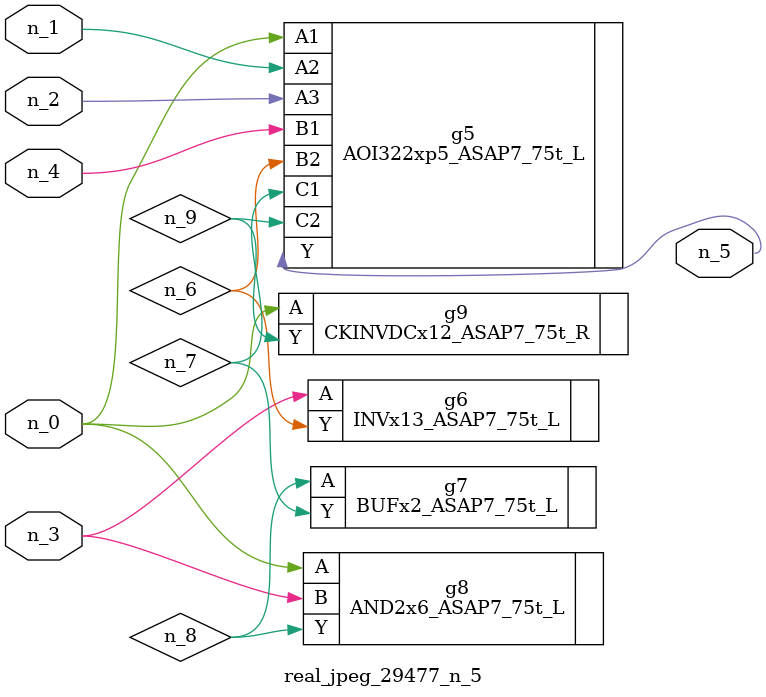
<source format=v>
module real_jpeg_29477_n_5 (n_4, n_0, n_1, n_2, n_3, n_5);

input n_4;
input n_0;
input n_1;
input n_2;
input n_3;

output n_5;

wire n_8;
wire n_6;
wire n_7;
wire n_9;

AOI322xp5_ASAP7_75t_L g5 ( 
.A1(n_0),
.A2(n_1),
.A3(n_2),
.B1(n_4),
.B2(n_6),
.C1(n_7),
.C2(n_9),
.Y(n_5)
);

AND2x6_ASAP7_75t_L g8 ( 
.A(n_0),
.B(n_3),
.Y(n_8)
);

CKINVDCx12_ASAP7_75t_R g9 ( 
.A(n_0),
.Y(n_9)
);

INVx13_ASAP7_75t_L g6 ( 
.A(n_3),
.Y(n_6)
);

BUFx2_ASAP7_75t_L g7 ( 
.A(n_8),
.Y(n_7)
);


endmodule
</source>
